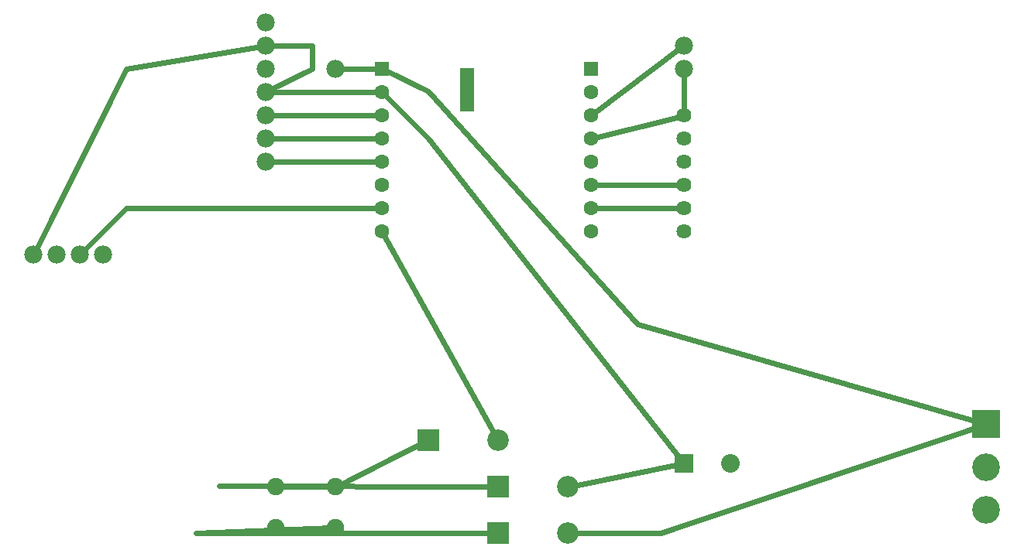
<source format=gtl>
G04 MADE WITH FRITZING*
G04 WWW.FRITZING.ORG*
G04 DOUBLE SIDED*
G04 HOLES PLATED*
G04 CONTOUR ON CENTER OF CONTOUR VECTOR*
%ASAXBY*%
%FSLAX23Y23*%
%MOIN*%
%OFA0B0*%
%SFA1.0B1.0*%
%ADD10C,0.075000*%
%ADD11C,0.092000*%
%ADD12C,0.063018*%
%ADD13C,0.064000*%
%ADD14C,0.078000*%
%ADD15C,0.118740*%
%ADD16C,0.080000*%
%ADD17R,0.092000X0.092000*%
%ADD18R,0.062984X0.062983*%
%ADD19R,0.062511X0.187493*%
%ADD20R,0.118740X0.118740*%
%ADD21R,0.080000X0.079986*%
%ADD22C,0.024000*%
%LNCOPPER1*%
G90*
G70*
G54D10*
X1777Y266D03*
X1521Y266D03*
X1777Y443D03*
X1521Y443D03*
G54D11*
X2477Y443D03*
X2777Y443D03*
X2177Y643D03*
X2477Y643D03*
G54D12*
X1977Y2243D03*
X2877Y2243D03*
X1977Y2143D03*
X1977Y2043D03*
X1977Y1943D03*
X1977Y1843D03*
X1977Y1743D03*
X1977Y1643D03*
X1977Y1543D03*
X2877Y2143D03*
X2877Y2043D03*
X2877Y1943D03*
X2877Y1843D03*
X2877Y1743D03*
X2877Y1643D03*
X2877Y1543D03*
X1977Y2243D03*
X2877Y2243D03*
X1977Y2143D03*
X1977Y2043D03*
X1977Y1943D03*
X1977Y1843D03*
X1977Y1743D03*
X1977Y1643D03*
X1977Y1543D03*
X2877Y2143D03*
X2877Y2043D03*
X2877Y1943D03*
X2877Y1843D03*
X2877Y1743D03*
X2877Y1643D03*
X2877Y1543D03*
G54D13*
X3277Y1543D03*
X3277Y1643D03*
X3277Y1743D03*
X3277Y1843D03*
X3277Y1943D03*
X3277Y2043D03*
G54D14*
X3277Y2243D03*
X3277Y2343D03*
X1477Y1843D03*
X1477Y1943D03*
X1477Y2043D03*
X1477Y2143D03*
X1477Y2243D03*
X1477Y2343D03*
X1477Y2443D03*
X777Y1443D03*
X677Y1443D03*
X577Y1443D03*
X477Y1443D03*
X1777Y2243D03*
G54D11*
X2477Y243D03*
X2777Y243D03*
G54D15*
X4577Y528D03*
X4577Y343D03*
X4577Y713D03*
G54D16*
X3277Y543D03*
X3477Y543D03*
G54D17*
X2477Y443D03*
X2177Y643D03*
G54D18*
X1977Y2243D03*
X2877Y2243D03*
G54D19*
X2344Y2152D03*
G54D18*
X1977Y2243D03*
X2877Y2243D03*
G54D17*
X2477Y243D03*
G54D20*
X4577Y713D03*
G54D21*
X3277Y543D03*
G54D22*
X3257Y2038D02*
X2892Y1947D01*
D02*
X3257Y1743D02*
X2892Y1743D01*
D02*
X3257Y1643D02*
X2892Y1643D01*
D02*
X2153Y632D02*
X1792Y451D01*
D02*
X3277Y2063D02*
X3277Y2224D01*
D02*
X3261Y2332D02*
X2889Y2053D01*
D02*
X2177Y1944D02*
X1988Y2132D01*
D02*
X3264Y559D02*
X2177Y1944D01*
D02*
X2464Y666D02*
X1984Y1530D01*
D02*
X3257Y539D02*
X2802Y448D01*
D02*
X1278Y445D02*
X1759Y443D01*
D02*
X2451Y443D02*
X1278Y445D01*
D02*
X2177Y2145D02*
X1999Y2232D01*
D02*
X3076Y1143D02*
X2177Y2145D01*
D02*
X4539Y724D02*
X3076Y1143D01*
D02*
X1951Y2243D02*
X1796Y2243D01*
D02*
X2451Y243D02*
X1175Y244D01*
D02*
X1175Y244D02*
X1759Y266D01*
D02*
X3175Y244D02*
X2803Y243D01*
D02*
X4539Y701D02*
X3175Y244D01*
D02*
X1961Y1843D02*
X1496Y1843D01*
D02*
X1961Y1943D02*
X1496Y1943D01*
D02*
X1961Y2043D02*
X1496Y2043D01*
D02*
X1961Y2143D02*
X1496Y2143D01*
D02*
X875Y2244D02*
X1458Y2340D01*
D02*
X485Y1460D02*
X875Y2244D01*
D02*
X1676Y2342D02*
X1496Y2343D01*
D02*
X1676Y2244D02*
X1676Y2342D01*
D02*
X1494Y2152D02*
X1676Y2244D01*
D02*
X1961Y1643D02*
X875Y1644D01*
D02*
X875Y1644D02*
X690Y1457D01*
G04 End of Copper1*
M02*
</source>
